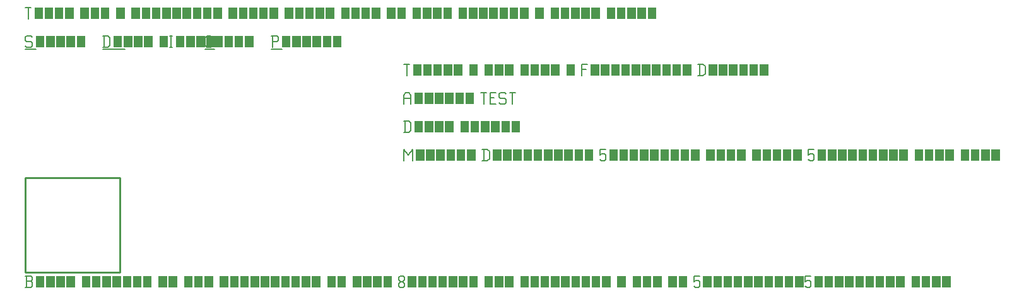
<source format=gbr>
G04 start of page 3 for group -1 layer_idx 268435461 *
G04 Title: a rat line, <virtual group> *
G04 Creator: <version>
G04 CreationDate: <date>
G04 For: TEST *
G04 Format: Gerber/RS-274X *
G04 PCB-Dimensions: 50000 50000 *
G04 PCB-Coordinate-Origin: lower left *
%MOIN*%
%FSLAX25Y25*%
%LNLOGICAL_VIRTUAL_FAB_NONE*%
%ADD14C,0.0100*%
%ADD13C,0.0001*%
%ADD12C,0.0060*%
G54D12*X3000Y125000D02*X3750Y124250D01*
X750Y125000D02*X3000D01*
X0Y124250D02*X750Y125000D01*
X0Y124250D02*Y122750D01*
X750Y122000D01*
X3000D01*
X3750Y121250D01*
Y119750D01*
X3000Y119000D02*X3750Y119750D01*
X750Y119000D02*X3000D01*
X0Y119750D02*X750Y119000D01*
G54D13*G36*
X5550Y125000D02*X10050D01*
Y119000D01*
X5550D01*
Y125000D01*
G37*
G36*
X10950D02*X15450D01*
Y119000D01*
X10950D01*
Y125000D01*
G37*
G36*
X16350D02*X20850D01*
Y119000D01*
X16350D01*
Y125000D01*
G37*
G36*
X21750D02*X26250D01*
Y119000D01*
X21750D01*
Y125000D01*
G37*
G36*
X27150D02*X31650D01*
Y119000D01*
X27150D01*
Y125000D01*
G37*
G54D12*X0Y118000D02*X5550D01*
X41750Y125000D02*Y119000D01*
X43700Y125000D02*X44750Y123950D01*
Y120050D01*
X43700Y119000D02*X44750Y120050D01*
X41000Y119000D02*X43700D01*
X41000Y125000D02*X43700D01*
G54D13*G36*
X46550D02*X51050D01*
Y119000D01*
X46550D01*
Y125000D01*
G37*
G36*
X51950D02*X56450D01*
Y119000D01*
X51950D01*
Y125000D01*
G37*
G36*
X57350D02*X61850D01*
Y119000D01*
X57350D01*
Y125000D01*
G37*
G36*
X62750D02*X67250D01*
Y119000D01*
X62750D01*
Y125000D01*
G37*
G36*
X70850D02*X75350D01*
Y119000D01*
X70850D01*
Y125000D01*
G37*
G54D12*X76250D02*X77750D01*
X77000D02*Y119000D01*
X76250D02*X77750D01*
G54D13*G36*
X79550Y125000D02*X84050D01*
Y119000D01*
X79550D01*
Y125000D01*
G37*
G36*
X84950D02*X89450D01*
Y119000D01*
X84950D01*
Y125000D01*
G37*
G36*
X90350D02*X94850D01*
Y119000D01*
X90350D01*
Y125000D01*
G37*
G36*
X95750D02*X100250D01*
Y119000D01*
X95750D01*
Y125000D01*
G37*
G54D12*X41000Y118000D02*X52550D01*
X96050Y119000D02*X98000D01*
X95000Y120050D02*X96050Y119000D01*
X95000Y123950D02*Y120050D01*
Y123950D02*X96050Y125000D01*
X98000D01*
G54D13*G36*
X99800D02*X104300D01*
Y119000D01*
X99800D01*
Y125000D01*
G37*
G36*
X105200D02*X109700D01*
Y119000D01*
X105200D01*
Y125000D01*
G37*
G36*
X110600D02*X115100D01*
Y119000D01*
X110600D01*
Y125000D01*
G37*
G36*
X116000D02*X120500D01*
Y119000D01*
X116000D01*
Y125000D01*
G37*
G54D12*X95000Y118000D02*X99800D01*
X130750Y125000D02*Y119000D01*
X130000Y125000D02*X133000D01*
X133750Y124250D01*
Y122750D01*
X133000Y122000D02*X133750Y122750D01*
X130750Y122000D02*X133000D01*
G54D13*G36*
X135550Y125000D02*X140050D01*
Y119000D01*
X135550D01*
Y125000D01*
G37*
G36*
X140950D02*X145450D01*
Y119000D01*
X140950D01*
Y125000D01*
G37*
G36*
X146350D02*X150850D01*
Y119000D01*
X146350D01*
Y125000D01*
G37*
G36*
X151750D02*X156250D01*
Y119000D01*
X151750D01*
Y125000D01*
G37*
G36*
X157150D02*X161650D01*
Y119000D01*
X157150D01*
Y125000D01*
G37*
G36*
X162550D02*X167050D01*
Y119000D01*
X162550D01*
Y125000D01*
G37*
G54D12*X130000Y118000D02*X135550D01*
X0Y140000D02*X3000D01*
X1500D02*Y134000D01*
G54D13*G36*
X4800Y140000D02*X9300D01*
Y134000D01*
X4800D01*
Y140000D01*
G37*
G36*
X10200D02*X14700D01*
Y134000D01*
X10200D01*
Y140000D01*
G37*
G36*
X15600D02*X20100D01*
Y134000D01*
X15600D01*
Y140000D01*
G37*
G36*
X21000D02*X25500D01*
Y134000D01*
X21000D01*
Y140000D01*
G37*
G36*
X29100D02*X33600D01*
Y134000D01*
X29100D01*
Y140000D01*
G37*
G36*
X34500D02*X39000D01*
Y134000D01*
X34500D01*
Y140000D01*
G37*
G36*
X39900D02*X44400D01*
Y134000D01*
X39900D01*
Y140000D01*
G37*
G36*
X48000D02*X52500D01*
Y134000D01*
X48000D01*
Y140000D01*
G37*
G36*
X56100D02*X60600D01*
Y134000D01*
X56100D01*
Y140000D01*
G37*
G36*
X61500D02*X66000D01*
Y134000D01*
X61500D01*
Y140000D01*
G37*
G36*
X66900D02*X71400D01*
Y134000D01*
X66900D01*
Y140000D01*
G37*
G36*
X72300D02*X76800D01*
Y134000D01*
X72300D01*
Y140000D01*
G37*
G36*
X77700D02*X82200D01*
Y134000D01*
X77700D01*
Y140000D01*
G37*
G36*
X83100D02*X87600D01*
Y134000D01*
X83100D01*
Y140000D01*
G37*
G36*
X88500D02*X93000D01*
Y134000D01*
X88500D01*
Y140000D01*
G37*
G36*
X93900D02*X98400D01*
Y134000D01*
X93900D01*
Y140000D01*
G37*
G36*
X99300D02*X103800D01*
Y134000D01*
X99300D01*
Y140000D01*
G37*
G36*
X107400D02*X111900D01*
Y134000D01*
X107400D01*
Y140000D01*
G37*
G36*
X112800D02*X117300D01*
Y134000D01*
X112800D01*
Y140000D01*
G37*
G36*
X118200D02*X122700D01*
Y134000D01*
X118200D01*
Y140000D01*
G37*
G36*
X123600D02*X128100D01*
Y134000D01*
X123600D01*
Y140000D01*
G37*
G36*
X129000D02*X133500D01*
Y134000D01*
X129000D01*
Y140000D01*
G37*
G36*
X137100D02*X141600D01*
Y134000D01*
X137100D01*
Y140000D01*
G37*
G36*
X142500D02*X147000D01*
Y134000D01*
X142500D01*
Y140000D01*
G37*
G36*
X147900D02*X152400D01*
Y134000D01*
X147900D01*
Y140000D01*
G37*
G36*
X153300D02*X157800D01*
Y134000D01*
X153300D01*
Y140000D01*
G37*
G36*
X158700D02*X163200D01*
Y134000D01*
X158700D01*
Y140000D01*
G37*
G36*
X166800D02*X171300D01*
Y134000D01*
X166800D01*
Y140000D01*
G37*
G36*
X172200D02*X176700D01*
Y134000D01*
X172200D01*
Y140000D01*
G37*
G36*
X177600D02*X182100D01*
Y134000D01*
X177600D01*
Y140000D01*
G37*
G36*
X183000D02*X187500D01*
Y134000D01*
X183000D01*
Y140000D01*
G37*
G36*
X191100D02*X195600D01*
Y134000D01*
X191100D01*
Y140000D01*
G37*
G36*
X196500D02*X201000D01*
Y134000D01*
X196500D01*
Y140000D01*
G37*
G36*
X204600D02*X209100D01*
Y134000D01*
X204600D01*
Y140000D01*
G37*
G36*
X210000D02*X214500D01*
Y134000D01*
X210000D01*
Y140000D01*
G37*
G36*
X215400D02*X219900D01*
Y134000D01*
X215400D01*
Y140000D01*
G37*
G36*
X220800D02*X225300D01*
Y134000D01*
X220800D01*
Y140000D01*
G37*
G36*
X228900D02*X233400D01*
Y134000D01*
X228900D01*
Y140000D01*
G37*
G36*
X234300D02*X238800D01*
Y134000D01*
X234300D01*
Y140000D01*
G37*
G36*
X239700D02*X244200D01*
Y134000D01*
X239700D01*
Y140000D01*
G37*
G36*
X245100D02*X249600D01*
Y134000D01*
X245100D01*
Y140000D01*
G37*
G36*
X250500D02*X255000D01*
Y134000D01*
X250500D01*
Y140000D01*
G37*
G36*
X255900D02*X260400D01*
Y134000D01*
X255900D01*
Y140000D01*
G37*
G36*
X261300D02*X265800D01*
Y134000D01*
X261300D01*
Y140000D01*
G37*
G36*
X269400D02*X273900D01*
Y134000D01*
X269400D01*
Y140000D01*
G37*
G36*
X277500D02*X282000D01*
Y134000D01*
X277500D01*
Y140000D01*
G37*
G36*
X282900D02*X287400D01*
Y134000D01*
X282900D01*
Y140000D01*
G37*
G36*
X288300D02*X292800D01*
Y134000D01*
X288300D01*
Y140000D01*
G37*
G36*
X293700D02*X298200D01*
Y134000D01*
X293700D01*
Y140000D01*
G37*
G36*
X299100D02*X303600D01*
Y134000D01*
X299100D01*
Y140000D01*
G37*
G36*
X307200D02*X311700D01*
Y134000D01*
X307200D01*
Y140000D01*
G37*
G36*
X312600D02*X317100D01*
Y134000D01*
X312600D01*
Y140000D01*
G37*
G36*
X318000D02*X322500D01*
Y134000D01*
X318000D01*
Y140000D01*
G37*
G36*
X323400D02*X327900D01*
Y134000D01*
X323400D01*
Y140000D01*
G37*
G36*
X328800D02*X333300D01*
Y134000D01*
X328800D01*
Y140000D01*
G37*
G54D14*X0Y50000D02*X50000D01*
X0D02*Y0D01*
X50000Y50000D02*Y0D01*
X0D02*X50000D01*
G54D12*X200000Y65000D02*Y59000D01*
Y65000D02*X202250Y62000D01*
X204500Y65000D01*
Y59000D01*
G54D13*G36*
X206300Y65000D02*X210800D01*
Y59000D01*
X206300D01*
Y65000D01*
G37*
G36*
X211700D02*X216200D01*
Y59000D01*
X211700D01*
Y65000D01*
G37*
G36*
X217100D02*X221600D01*
Y59000D01*
X217100D01*
Y65000D01*
G37*
G36*
X222500D02*X227000D01*
Y59000D01*
X222500D01*
Y65000D01*
G37*
G36*
X227900D02*X232400D01*
Y59000D01*
X227900D01*
Y65000D01*
G37*
G36*
X233300D02*X237800D01*
Y59000D01*
X233300D01*
Y65000D01*
G37*
G54D12*X242150D02*Y59000D01*
X244100Y65000D02*X245150Y63950D01*
Y60050D01*
X244100Y59000D02*X245150Y60050D01*
X241400Y59000D02*X244100D01*
X241400Y65000D02*X244100D01*
G54D13*G36*
X246950D02*X251450D01*
Y59000D01*
X246950D01*
Y65000D01*
G37*
G36*
X252350D02*X256850D01*
Y59000D01*
X252350D01*
Y65000D01*
G37*
G36*
X257750D02*X262250D01*
Y59000D01*
X257750D01*
Y65000D01*
G37*
G36*
X263150D02*X267650D01*
Y59000D01*
X263150D01*
Y65000D01*
G37*
G36*
X268550D02*X273050D01*
Y59000D01*
X268550D01*
Y65000D01*
G37*
G36*
X273950D02*X278450D01*
Y59000D01*
X273950D01*
Y65000D01*
G37*
G36*
X279350D02*X283850D01*
Y59000D01*
X279350D01*
Y65000D01*
G37*
G36*
X284750D02*X289250D01*
Y59000D01*
X284750D01*
Y65000D01*
G37*
G36*
X290150D02*X294650D01*
Y59000D01*
X290150D01*
Y65000D01*
G37*
G36*
X295550D02*X300050D01*
Y59000D01*
X295550D01*
Y65000D01*
G37*
G54D12*X303650D02*X306650D01*
X303650D02*Y62000D01*
X304400Y62750D01*
X305900D01*
X306650Y62000D01*
Y59750D01*
X305900Y59000D02*X306650Y59750D01*
X304400Y59000D02*X305900D01*
X303650Y59750D02*X304400Y59000D01*
G54D13*G36*
X308450Y65000D02*X312950D01*
Y59000D01*
X308450D01*
Y65000D01*
G37*
G36*
X313850D02*X318350D01*
Y59000D01*
X313850D01*
Y65000D01*
G37*
G36*
X319250D02*X323750D01*
Y59000D01*
X319250D01*
Y65000D01*
G37*
G36*
X324650D02*X329150D01*
Y59000D01*
X324650D01*
Y65000D01*
G37*
G36*
X330050D02*X334550D01*
Y59000D01*
X330050D01*
Y65000D01*
G37*
G36*
X335450D02*X339950D01*
Y59000D01*
X335450D01*
Y65000D01*
G37*
G36*
X340850D02*X345350D01*
Y59000D01*
X340850D01*
Y65000D01*
G37*
G36*
X346250D02*X350750D01*
Y59000D01*
X346250D01*
Y65000D01*
G37*
G36*
X351650D02*X356150D01*
Y59000D01*
X351650D01*
Y65000D01*
G37*
G36*
X359750D02*X364250D01*
Y59000D01*
X359750D01*
Y65000D01*
G37*
G36*
X365150D02*X369650D01*
Y59000D01*
X365150D01*
Y65000D01*
G37*
G36*
X370550D02*X375050D01*
Y59000D01*
X370550D01*
Y65000D01*
G37*
G36*
X375950D02*X380450D01*
Y59000D01*
X375950D01*
Y65000D01*
G37*
G36*
X384050D02*X388550D01*
Y59000D01*
X384050D01*
Y65000D01*
G37*
G36*
X389450D02*X393950D01*
Y59000D01*
X389450D01*
Y65000D01*
G37*
G36*
X394850D02*X399350D01*
Y59000D01*
X394850D01*
Y65000D01*
G37*
G36*
X400250D02*X404750D01*
Y59000D01*
X400250D01*
Y65000D01*
G37*
G36*
X405650D02*X410150D01*
Y59000D01*
X405650D01*
Y65000D01*
G37*
G54D12*X413750D02*X416750D01*
X413750D02*Y62000D01*
X414500Y62750D01*
X416000D01*
X416750Y62000D01*
Y59750D01*
X416000Y59000D02*X416750Y59750D01*
X414500Y59000D02*X416000D01*
X413750Y59750D02*X414500Y59000D01*
G54D13*G36*
X418550Y65000D02*X423050D01*
Y59000D01*
X418550D01*
Y65000D01*
G37*
G36*
X423950D02*X428450D01*
Y59000D01*
X423950D01*
Y65000D01*
G37*
G36*
X429350D02*X433850D01*
Y59000D01*
X429350D01*
Y65000D01*
G37*
G36*
X434750D02*X439250D01*
Y59000D01*
X434750D01*
Y65000D01*
G37*
G36*
X440150D02*X444650D01*
Y59000D01*
X440150D01*
Y65000D01*
G37*
G36*
X445550D02*X450050D01*
Y59000D01*
X445550D01*
Y65000D01*
G37*
G36*
X450950D02*X455450D01*
Y59000D01*
X450950D01*
Y65000D01*
G37*
G36*
X456350D02*X460850D01*
Y59000D01*
X456350D01*
Y65000D01*
G37*
G36*
X461750D02*X466250D01*
Y59000D01*
X461750D01*
Y65000D01*
G37*
G36*
X469850D02*X474350D01*
Y59000D01*
X469850D01*
Y65000D01*
G37*
G36*
X475250D02*X479750D01*
Y59000D01*
X475250D01*
Y65000D01*
G37*
G36*
X480650D02*X485150D01*
Y59000D01*
X480650D01*
Y65000D01*
G37*
G36*
X486050D02*X490550D01*
Y59000D01*
X486050D01*
Y65000D01*
G37*
G36*
X494150D02*X498650D01*
Y59000D01*
X494150D01*
Y65000D01*
G37*
G36*
X499550D02*X504050D01*
Y59000D01*
X499550D01*
Y65000D01*
G37*
G36*
X504950D02*X509450D01*
Y59000D01*
X504950D01*
Y65000D01*
G37*
G36*
X510350D02*X514850D01*
Y59000D01*
X510350D01*
Y65000D01*
G37*
G54D12*X0Y-8000D02*X3000D01*
X3750Y-7250D01*
Y-5450D02*Y-7250D01*
X3000Y-4700D02*X3750Y-5450D01*
X750Y-4700D02*X3000D01*
X750Y-2000D02*Y-8000D01*
X0Y-2000D02*X3000D01*
X3750Y-2750D01*
Y-3950D01*
X3000Y-4700D02*X3750Y-3950D01*
G54D13*G36*
X5550Y-2000D02*X10050D01*
Y-8000D01*
X5550D01*
Y-2000D01*
G37*
G36*
X10950D02*X15450D01*
Y-8000D01*
X10950D01*
Y-2000D01*
G37*
G36*
X16350D02*X20850D01*
Y-8000D01*
X16350D01*
Y-2000D01*
G37*
G36*
X21750D02*X26250D01*
Y-8000D01*
X21750D01*
Y-2000D01*
G37*
G36*
X29850D02*X34350D01*
Y-8000D01*
X29850D01*
Y-2000D01*
G37*
G36*
X35250D02*X39750D01*
Y-8000D01*
X35250D01*
Y-2000D01*
G37*
G36*
X40650D02*X45150D01*
Y-8000D01*
X40650D01*
Y-2000D01*
G37*
G36*
X46050D02*X50550D01*
Y-8000D01*
X46050D01*
Y-2000D01*
G37*
G36*
X51450D02*X55950D01*
Y-8000D01*
X51450D01*
Y-2000D01*
G37*
G36*
X56850D02*X61350D01*
Y-8000D01*
X56850D01*
Y-2000D01*
G37*
G36*
X62250D02*X66750D01*
Y-8000D01*
X62250D01*
Y-2000D01*
G37*
G36*
X70350D02*X74850D01*
Y-8000D01*
X70350D01*
Y-2000D01*
G37*
G36*
X75750D02*X80250D01*
Y-8000D01*
X75750D01*
Y-2000D01*
G37*
G36*
X83850D02*X88350D01*
Y-8000D01*
X83850D01*
Y-2000D01*
G37*
G36*
X89250D02*X93750D01*
Y-8000D01*
X89250D01*
Y-2000D01*
G37*
G36*
X94650D02*X99150D01*
Y-8000D01*
X94650D01*
Y-2000D01*
G37*
G36*
X102750D02*X107250D01*
Y-8000D01*
X102750D01*
Y-2000D01*
G37*
G36*
X108150D02*X112650D01*
Y-8000D01*
X108150D01*
Y-2000D01*
G37*
G36*
X113550D02*X118050D01*
Y-8000D01*
X113550D01*
Y-2000D01*
G37*
G36*
X118950D02*X123450D01*
Y-8000D01*
X118950D01*
Y-2000D01*
G37*
G36*
X124350D02*X128850D01*
Y-8000D01*
X124350D01*
Y-2000D01*
G37*
G36*
X129750D02*X134250D01*
Y-8000D01*
X129750D01*
Y-2000D01*
G37*
G36*
X135150D02*X139650D01*
Y-8000D01*
X135150D01*
Y-2000D01*
G37*
G36*
X140550D02*X145050D01*
Y-8000D01*
X140550D01*
Y-2000D01*
G37*
G36*
X145950D02*X150450D01*
Y-8000D01*
X145950D01*
Y-2000D01*
G37*
G36*
X151350D02*X155850D01*
Y-8000D01*
X151350D01*
Y-2000D01*
G37*
G36*
X159450D02*X163950D01*
Y-8000D01*
X159450D01*
Y-2000D01*
G37*
G36*
X164850D02*X169350D01*
Y-8000D01*
X164850D01*
Y-2000D01*
G37*
G36*
X172950D02*X177450D01*
Y-8000D01*
X172950D01*
Y-2000D01*
G37*
G36*
X178350D02*X182850D01*
Y-8000D01*
X178350D01*
Y-2000D01*
G37*
G36*
X183750D02*X188250D01*
Y-8000D01*
X183750D01*
Y-2000D01*
G37*
G36*
X189150D02*X193650D01*
Y-8000D01*
X189150D01*
Y-2000D01*
G37*
G54D12*X197250Y-7250D02*X198000Y-8000D01*
X197250Y-6050D02*Y-7250D01*
Y-6050D02*X198300Y-5000D01*
X199200D01*
X200250Y-6050D01*
Y-7250D01*
X199500Y-8000D02*X200250Y-7250D01*
X198000Y-8000D02*X199500D01*
X197250Y-3950D02*X198300Y-5000D01*
X197250Y-2750D02*Y-3950D01*
Y-2750D02*X198000Y-2000D01*
X199500D01*
X200250Y-2750D01*
Y-3950D01*
X199200Y-5000D02*X200250Y-3950D01*
G54D13*G36*
X202050Y-2000D02*X206550D01*
Y-8000D01*
X202050D01*
Y-2000D01*
G37*
G36*
X207450D02*X211950D01*
Y-8000D01*
X207450D01*
Y-2000D01*
G37*
G36*
X212850D02*X217350D01*
Y-8000D01*
X212850D01*
Y-2000D01*
G37*
G36*
X218250D02*X222750D01*
Y-8000D01*
X218250D01*
Y-2000D01*
G37*
G36*
X223650D02*X228150D01*
Y-8000D01*
X223650D01*
Y-2000D01*
G37*
G36*
X229050D02*X233550D01*
Y-8000D01*
X229050D01*
Y-2000D01*
G37*
G36*
X234450D02*X238950D01*
Y-8000D01*
X234450D01*
Y-2000D01*
G37*
G36*
X242550D02*X247050D01*
Y-8000D01*
X242550D01*
Y-2000D01*
G37*
G36*
X247950D02*X252450D01*
Y-8000D01*
X247950D01*
Y-2000D01*
G37*
G36*
X253350D02*X257850D01*
Y-8000D01*
X253350D01*
Y-2000D01*
G37*
G36*
X261450D02*X265950D01*
Y-8000D01*
X261450D01*
Y-2000D01*
G37*
G36*
X266850D02*X271350D01*
Y-8000D01*
X266850D01*
Y-2000D01*
G37*
G36*
X272250D02*X276750D01*
Y-8000D01*
X272250D01*
Y-2000D01*
G37*
G36*
X277650D02*X282150D01*
Y-8000D01*
X277650D01*
Y-2000D01*
G37*
G36*
X283050D02*X287550D01*
Y-8000D01*
X283050D01*
Y-2000D01*
G37*
G36*
X288450D02*X292950D01*
Y-8000D01*
X288450D01*
Y-2000D01*
G37*
G36*
X293850D02*X298350D01*
Y-8000D01*
X293850D01*
Y-2000D01*
G37*
G36*
X299250D02*X303750D01*
Y-8000D01*
X299250D01*
Y-2000D01*
G37*
G36*
X304650D02*X309150D01*
Y-8000D01*
X304650D01*
Y-2000D01*
G37*
G36*
X312750D02*X317250D01*
Y-8000D01*
X312750D01*
Y-2000D01*
G37*
G36*
X320850D02*X325350D01*
Y-8000D01*
X320850D01*
Y-2000D01*
G37*
G36*
X326250D02*X330750D01*
Y-8000D01*
X326250D01*
Y-2000D01*
G37*
G36*
X331650D02*X336150D01*
Y-8000D01*
X331650D01*
Y-2000D01*
G37*
G36*
X339750D02*X344250D01*
Y-8000D01*
X339750D01*
Y-2000D01*
G37*
G36*
X345150D02*X349650D01*
Y-8000D01*
X345150D01*
Y-2000D01*
G37*
G54D12*X353250D02*X356250D01*
X353250D02*Y-5000D01*
X354000Y-4250D01*
X355500D01*
X356250Y-5000D01*
Y-7250D01*
X355500Y-8000D02*X356250Y-7250D01*
X354000Y-8000D02*X355500D01*
X353250Y-7250D02*X354000Y-8000D01*
G54D13*G36*
X358050Y-2000D02*X362550D01*
Y-8000D01*
X358050D01*
Y-2000D01*
G37*
G36*
X363450D02*X367950D01*
Y-8000D01*
X363450D01*
Y-2000D01*
G37*
G36*
X368850D02*X373350D01*
Y-8000D01*
X368850D01*
Y-2000D01*
G37*
G36*
X374250D02*X378750D01*
Y-8000D01*
X374250D01*
Y-2000D01*
G37*
G36*
X379650D02*X384150D01*
Y-8000D01*
X379650D01*
Y-2000D01*
G37*
G36*
X385050D02*X389550D01*
Y-8000D01*
X385050D01*
Y-2000D01*
G37*
G36*
X390450D02*X394950D01*
Y-8000D01*
X390450D01*
Y-2000D01*
G37*
G36*
X395850D02*X400350D01*
Y-8000D01*
X395850D01*
Y-2000D01*
G37*
G36*
X401250D02*X405750D01*
Y-8000D01*
X401250D01*
Y-2000D01*
G37*
G36*
X406650D02*X411150D01*
Y-8000D01*
X406650D01*
Y-2000D01*
G37*
G54D12*X412050D02*X415050D01*
X412050D02*Y-5000D01*
X412800Y-4250D01*
X414300D01*
X415050Y-5000D01*
Y-7250D01*
X414300Y-8000D02*X415050Y-7250D01*
X412800Y-8000D02*X414300D01*
X412050Y-7250D02*X412800Y-8000D01*
G54D13*G36*
X416850Y-2000D02*X421350D01*
Y-8000D01*
X416850D01*
Y-2000D01*
G37*
G36*
X422250D02*X426750D01*
Y-8000D01*
X422250D01*
Y-2000D01*
G37*
G36*
X427650D02*X432150D01*
Y-8000D01*
X427650D01*
Y-2000D01*
G37*
G36*
X433050D02*X437550D01*
Y-8000D01*
X433050D01*
Y-2000D01*
G37*
G36*
X438450D02*X442950D01*
Y-8000D01*
X438450D01*
Y-2000D01*
G37*
G36*
X443850D02*X448350D01*
Y-8000D01*
X443850D01*
Y-2000D01*
G37*
G36*
X449250D02*X453750D01*
Y-8000D01*
X449250D01*
Y-2000D01*
G37*
G36*
X454650D02*X459150D01*
Y-8000D01*
X454650D01*
Y-2000D01*
G37*
G36*
X460050D02*X464550D01*
Y-8000D01*
X460050D01*
Y-2000D01*
G37*
G36*
X468150D02*X472650D01*
Y-8000D01*
X468150D01*
Y-2000D01*
G37*
G36*
X473550D02*X478050D01*
Y-8000D01*
X473550D01*
Y-2000D01*
G37*
G36*
X478950D02*X483450D01*
Y-8000D01*
X478950D01*
Y-2000D01*
G37*
G36*
X484350D02*X488850D01*
Y-8000D01*
X484350D01*
Y-2000D01*
G37*
G54D12*X200750Y80000D02*Y74000D01*
X202700Y80000D02*X203750Y78950D01*
Y75050D01*
X202700Y74000D02*X203750Y75050D01*
X200000Y74000D02*X202700D01*
X200000Y80000D02*X202700D01*
G54D13*G36*
X205550D02*X210050D01*
Y74000D01*
X205550D01*
Y80000D01*
G37*
G36*
X210950D02*X215450D01*
Y74000D01*
X210950D01*
Y80000D01*
G37*
G36*
X216350D02*X220850D01*
Y74000D01*
X216350D01*
Y80000D01*
G37*
G36*
X221750D02*X226250D01*
Y74000D01*
X221750D01*
Y80000D01*
G37*
G36*
X229850D02*X234350D01*
Y74000D01*
X229850D01*
Y80000D01*
G37*
G36*
X235250D02*X239750D01*
Y74000D01*
X235250D01*
Y80000D01*
G37*
G36*
X240650D02*X245150D01*
Y74000D01*
X240650D01*
Y80000D01*
G37*
G36*
X246050D02*X250550D01*
Y74000D01*
X246050D01*
Y80000D01*
G37*
G36*
X251450D02*X255950D01*
Y74000D01*
X251450D01*
Y80000D01*
G37*
G36*
X256850D02*X261350D01*
Y74000D01*
X256850D01*
Y80000D01*
G37*
G54D12*X200000Y93500D02*Y89000D01*
Y93500D02*X201050Y95000D01*
X202700D01*
X203750Y93500D01*
Y89000D01*
X200000Y92000D02*X203750D01*
G54D13*G36*
X205550Y95000D02*X210050D01*
Y89000D01*
X205550D01*
Y95000D01*
G37*
G36*
X210950D02*X215450D01*
Y89000D01*
X210950D01*
Y95000D01*
G37*
G36*
X216350D02*X220850D01*
Y89000D01*
X216350D01*
Y95000D01*
G37*
G36*
X221750D02*X226250D01*
Y89000D01*
X221750D01*
Y95000D01*
G37*
G36*
X227150D02*X231650D01*
Y89000D01*
X227150D01*
Y95000D01*
G37*
G36*
X232550D02*X237050D01*
Y89000D01*
X232550D01*
Y95000D01*
G37*
G54D12*X240650D02*X243650D01*
X242150D02*Y89000D01*
X245450Y92300D02*X247700D01*
X245450Y89000D02*X248450D01*
X245450Y95000D02*Y89000D01*
Y95000D02*X248450D01*
X253250D02*X254000Y94250D01*
X251000Y95000D02*X253250D01*
X250250Y94250D02*X251000Y95000D01*
X250250Y94250D02*Y92750D01*
X251000Y92000D01*
X253250D01*
X254000Y91250D01*
Y89750D01*
X253250Y89000D02*X254000Y89750D01*
X251000Y89000D02*X253250D01*
X250250Y89750D02*X251000Y89000D01*
X255800Y95000D02*X258800D01*
X257300D02*Y89000D01*
X200000Y110000D02*X203000D01*
X201500D02*Y104000D01*
G54D13*G36*
X204800Y110000D02*X209300D01*
Y104000D01*
X204800D01*
Y110000D01*
G37*
G36*
X210200D02*X214700D01*
Y104000D01*
X210200D01*
Y110000D01*
G37*
G36*
X215600D02*X220100D01*
Y104000D01*
X215600D01*
Y110000D01*
G37*
G36*
X221000D02*X225500D01*
Y104000D01*
X221000D01*
Y110000D01*
G37*
G36*
X226400D02*X230900D01*
Y104000D01*
X226400D01*
Y110000D01*
G37*
G36*
X234500D02*X239000D01*
Y104000D01*
X234500D01*
Y110000D01*
G37*
G36*
X242600D02*X247100D01*
Y104000D01*
X242600D01*
Y110000D01*
G37*
G36*
X248000D02*X252500D01*
Y104000D01*
X248000D01*
Y110000D01*
G37*
G36*
X253400D02*X257900D01*
Y104000D01*
X253400D01*
Y110000D01*
G37*
G36*
X261500D02*X266000D01*
Y104000D01*
X261500D01*
Y110000D01*
G37*
G36*
X266900D02*X271400D01*
Y104000D01*
X266900D01*
Y110000D01*
G37*
G36*
X272300D02*X276800D01*
Y104000D01*
X272300D01*
Y110000D01*
G37*
G36*
X277700D02*X282200D01*
Y104000D01*
X277700D01*
Y110000D01*
G37*
G36*
X285800D02*X290300D01*
Y104000D01*
X285800D01*
Y110000D01*
G37*
G54D12*X293900D02*Y104000D01*
Y110000D02*X296900D01*
X293900Y107300D02*X296150D01*
G54D13*G36*
X298700Y110000D02*X303200D01*
Y104000D01*
X298700D01*
Y110000D01*
G37*
G36*
X304100D02*X308600D01*
Y104000D01*
X304100D01*
Y110000D01*
G37*
G36*
X309500D02*X314000D01*
Y104000D01*
X309500D01*
Y110000D01*
G37*
G36*
X314900D02*X319400D01*
Y104000D01*
X314900D01*
Y110000D01*
G37*
G36*
X320300D02*X324800D01*
Y104000D01*
X320300D01*
Y110000D01*
G37*
G36*
X325700D02*X330200D01*
Y104000D01*
X325700D01*
Y110000D01*
G37*
G36*
X331100D02*X335600D01*
Y104000D01*
X331100D01*
Y110000D01*
G37*
G36*
X336500D02*X341000D01*
Y104000D01*
X336500D01*
Y110000D01*
G37*
G36*
X341900D02*X346400D01*
Y104000D01*
X341900D01*
Y110000D01*
G37*
G36*
X347300D02*X351800D01*
Y104000D01*
X347300D01*
Y110000D01*
G37*
G54D12*X356150D02*Y104000D01*
X358100Y110000D02*X359150Y108950D01*
Y105050D01*
X358100Y104000D02*X359150Y105050D01*
X355400Y104000D02*X358100D01*
X355400Y110000D02*X358100D01*
G54D13*G36*
X360950D02*X365450D01*
Y104000D01*
X360950D01*
Y110000D01*
G37*
G36*
X366350D02*X370850D01*
Y104000D01*
X366350D01*
Y110000D01*
G37*
G36*
X371750D02*X376250D01*
Y104000D01*
X371750D01*
Y110000D01*
G37*
G36*
X377150D02*X381650D01*
Y104000D01*
X377150D01*
Y110000D01*
G37*
G36*
X382550D02*X387050D01*
Y104000D01*
X382550D01*
Y110000D01*
G37*
G36*
X387950D02*X392450D01*
Y104000D01*
X387950D01*
Y110000D01*
G37*
M02*

</source>
